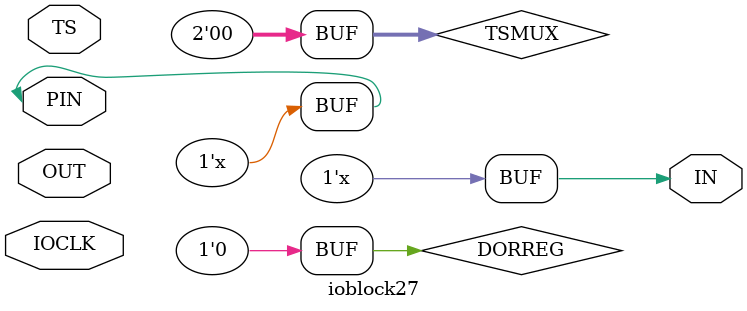
<source format=v>
module ioblock27(
	       inout  PIN,
	       input  TS,
	       input  OUT,
	       output IN,
	       input IOCLK
	       );
   
   reg 		     D;
   reg [2-1:0] 	     TSMUX;
   reg 		     DORREG;

   assign PIN = ( TSMUX == 2'b00 ) ? 1'bz : (( TSMUX == 2'b01 && TS == 1'b1 ) ? OUT : (( TSMUX == 2'b01 && TS == 1'b0 ) ? 1'bz : OUT));
   assign IN  = ( DORREG == 1'b0 ) ? PIN  : D;
   
   initial
     begin
	D=1'b0;
	TSMUX=2'b00;
	DORREG=1'b0;
     end
   
   always @(posedge IOCLK) D=PIN;
   
endmodule       

</source>
